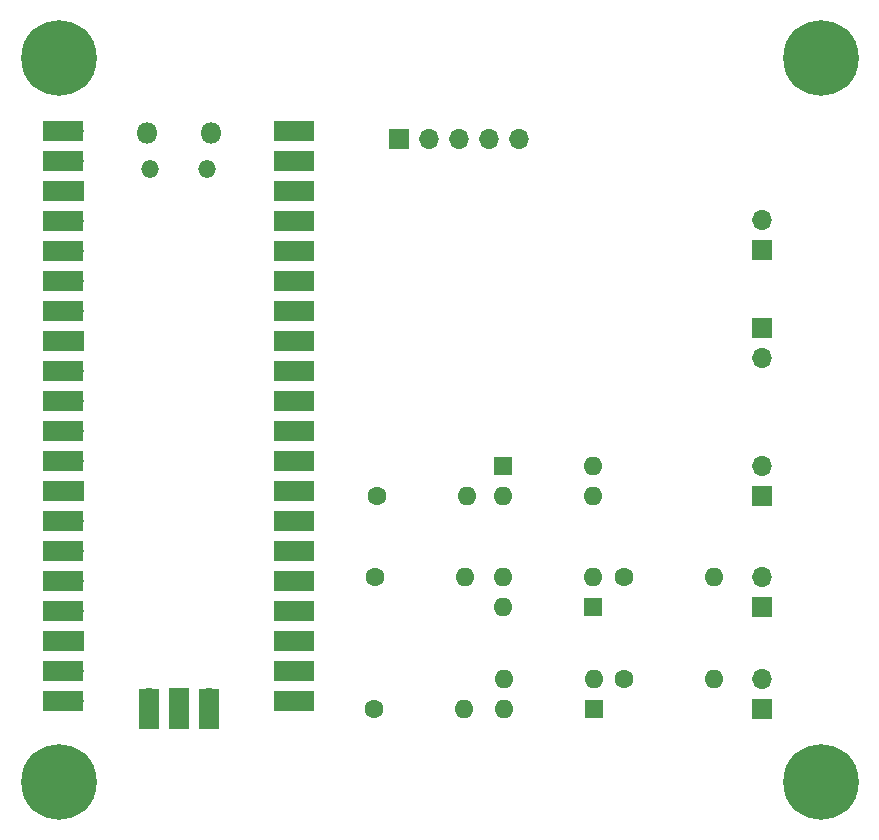
<source format=gbr>
%TF.GenerationSoftware,KiCad,Pcbnew,7.0.2*%
%TF.CreationDate,2024-05-01T19:32:08+01:00*%
%TF.ProjectId,PowerButtonPi,506f7765-7242-4757-9474-6f6e50692e6b,rev?*%
%TF.SameCoordinates,Original*%
%TF.FileFunction,Soldermask,Top*%
%TF.FilePolarity,Negative*%
%FSLAX46Y46*%
G04 Gerber Fmt 4.6, Leading zero omitted, Abs format (unit mm)*
G04 Created by KiCad (PCBNEW 7.0.2) date 2024-05-01 19:32:08*
%MOMM*%
%LPD*%
G01*
G04 APERTURE LIST*
%ADD10C,6.400000*%
%ADD11R,1.600000X1.600000*%
%ADD12O,1.600000X1.600000*%
%ADD13C,1.600000*%
%ADD14R,1.700000X1.700000*%
%ADD15O,1.700000X1.700000*%
%ADD16O,1.800000X1.800000*%
%ADD17O,1.500000X1.500000*%
%ADD18R,3.500000X1.700000*%
%ADD19R,1.700000X3.500000*%
G04 APERTURE END LIST*
D10*
%TO.C,H2*%
X112776000Y-88011000D03*
%TD*%
D11*
%TO.C,U2*%
X150368000Y-61214000D03*
D12*
X150368000Y-63754000D03*
X157988000Y-63754000D03*
X157988000Y-61214000D03*
%TD*%
D13*
%TO.C,R3*%
X160655000Y-79248000D03*
D12*
X168275000Y-79248000D03*
%TD*%
D11*
%TO.C,U3*%
X157968000Y-73162000D03*
D12*
X157968000Y-70622000D03*
X150348000Y-70622000D03*
X150348000Y-73162000D03*
%TD*%
D10*
%TO.C,H3*%
X177292000Y-26670000D03*
%TD*%
D14*
%TO.C,J3*%
X172339000Y-49525000D03*
D15*
X172339000Y-52065000D03*
%TD*%
D13*
%TO.C,R1*%
X139700000Y-63754000D03*
D12*
X147320000Y-63754000D03*
%TD*%
D14*
%TO.C,J6*%
X172339000Y-81788000D03*
D15*
X172339000Y-79248000D03*
%TD*%
D13*
%TO.C,R5*%
X139446000Y-81788000D03*
D12*
X147066000Y-81788000D03*
%TD*%
D14*
%TO.C,J5*%
X172339000Y-73152000D03*
D15*
X172339000Y-70612000D03*
%TD*%
D14*
%TO.C,J4*%
X172339000Y-63754000D03*
D15*
X172339000Y-61214000D03*
%TD*%
D10*
%TO.C,H4*%
X177292000Y-88011000D03*
%TD*%
D14*
%TO.C,J1*%
X141605000Y-33528000D03*
D15*
X144145000Y-33528000D03*
X146685000Y-33528000D03*
X149225000Y-33528000D03*
X151765000Y-33528000D03*
%TD*%
D13*
%TO.C,R4*%
X139573000Y-70612000D03*
D12*
X147193000Y-70612000D03*
%TD*%
D13*
%TO.C,R2*%
X160655000Y-70612000D03*
D12*
X168275000Y-70612000D03*
%TD*%
D10*
%TO.C,H1*%
X112776000Y-26670000D03*
%TD*%
D16*
%TO.C,U1*%
X120211000Y-33023000D03*
D17*
X120511000Y-36053000D03*
X125361000Y-36053000D03*
D16*
X125661000Y-33023000D03*
D15*
X114046000Y-32893000D03*
D18*
X113146000Y-32893000D03*
D15*
X114046000Y-35433000D03*
D18*
X113146000Y-35433000D03*
D14*
X114046000Y-37973000D03*
D18*
X113146000Y-37973000D03*
D15*
X114046000Y-40513000D03*
D18*
X113146000Y-40513000D03*
D15*
X114046000Y-43053000D03*
D18*
X113146000Y-43053000D03*
D15*
X114046000Y-45593000D03*
D18*
X113146000Y-45593000D03*
D15*
X114046000Y-48133000D03*
D18*
X113146000Y-48133000D03*
D14*
X114046000Y-50673000D03*
D18*
X113146000Y-50673000D03*
D15*
X114046000Y-53213000D03*
D18*
X113146000Y-53213000D03*
D15*
X114046000Y-55753000D03*
D18*
X113146000Y-55753000D03*
D15*
X114046000Y-58293000D03*
D18*
X113146000Y-58293000D03*
D15*
X114046000Y-60833000D03*
D18*
X113146000Y-60833000D03*
D14*
X114046000Y-63373000D03*
D18*
X113146000Y-63373000D03*
D15*
X114046000Y-65913000D03*
D18*
X113146000Y-65913000D03*
D15*
X114046000Y-68453000D03*
D18*
X113146000Y-68453000D03*
D15*
X114046000Y-70993000D03*
D18*
X113146000Y-70993000D03*
D15*
X114046000Y-73533000D03*
D18*
X113146000Y-73533000D03*
D14*
X114046000Y-76073000D03*
D18*
X113146000Y-76073000D03*
D15*
X114046000Y-78613000D03*
D18*
X113146000Y-78613000D03*
D15*
X114046000Y-81153000D03*
D18*
X113146000Y-81153000D03*
D15*
X131826000Y-81153000D03*
D18*
X132726000Y-81153000D03*
D15*
X131826000Y-78613000D03*
D18*
X132726000Y-78613000D03*
D14*
X131826000Y-76073000D03*
D18*
X132726000Y-76073000D03*
D15*
X131826000Y-73533000D03*
D18*
X132726000Y-73533000D03*
D15*
X131826000Y-70993000D03*
D18*
X132726000Y-70993000D03*
D15*
X131826000Y-68453000D03*
D18*
X132726000Y-68453000D03*
D15*
X131826000Y-65913000D03*
D18*
X132726000Y-65913000D03*
D14*
X131826000Y-63373000D03*
D18*
X132726000Y-63373000D03*
D15*
X131826000Y-60833000D03*
D18*
X132726000Y-60833000D03*
D15*
X131826000Y-58293000D03*
D18*
X132726000Y-58293000D03*
D15*
X131826000Y-55753000D03*
D18*
X132726000Y-55753000D03*
D15*
X131826000Y-53213000D03*
D18*
X132726000Y-53213000D03*
D14*
X131826000Y-50673000D03*
D18*
X132726000Y-50673000D03*
D15*
X131826000Y-48133000D03*
D18*
X132726000Y-48133000D03*
D15*
X131826000Y-45593000D03*
D18*
X132726000Y-45593000D03*
D15*
X131826000Y-43053000D03*
D18*
X132726000Y-43053000D03*
D15*
X131826000Y-40513000D03*
D18*
X132726000Y-40513000D03*
D14*
X131826000Y-37973000D03*
D18*
X132726000Y-37973000D03*
D15*
X131826000Y-35433000D03*
D18*
X132726000Y-35433000D03*
D15*
X131826000Y-32893000D03*
D18*
X132726000Y-32893000D03*
D15*
X120396000Y-80923000D03*
D19*
X120396000Y-81823000D03*
D14*
X122936000Y-80923000D03*
D19*
X122936000Y-81823000D03*
D15*
X125476000Y-80923000D03*
D19*
X125476000Y-81823000D03*
%TD*%
D14*
%TO.C,J2*%
X172339000Y-42926000D03*
D15*
X172339000Y-40386000D03*
%TD*%
D11*
%TO.C,U4*%
X158105000Y-81793000D03*
D12*
X158105000Y-79253000D03*
X150485000Y-79253000D03*
X150485000Y-81793000D03*
%TD*%
M02*

</source>
